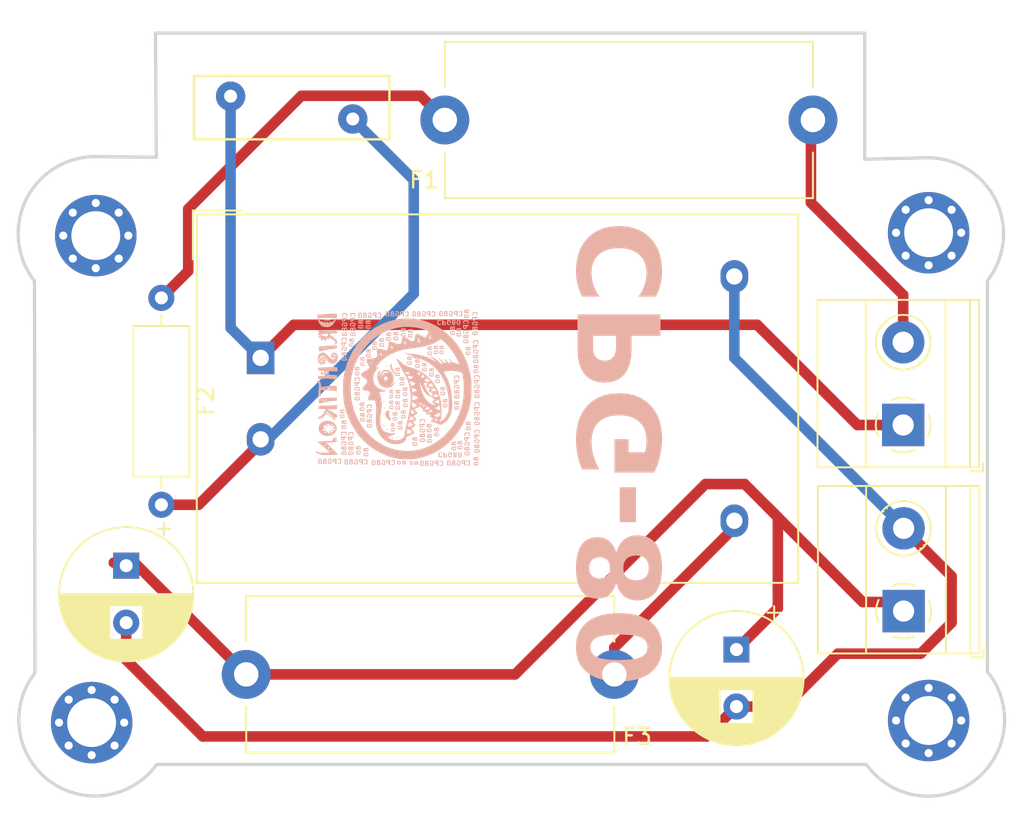
<source format=kicad_pcb>
(kicad_pcb (version 20240108) (generator "pcbnew") (generator_version "8.0")
  (title_block (title "Drishtikon") (date "v01") (comment 2 "creativecommons.org/licenses/by/4.0/") (comment 3 "Licence: CC by 4.0") (comment 4 "Author: "))
  (layers (0 "F.Cu" signal) (31 "B.Cu" signal) (34 "B.Paste" user) (35 "F.Paste" user) (36 "B.SilkS" user "B.Silkscreen") (37 "F.SilkS" user "F.Silkscreen") (38 "B.Mask" user) (39 "F.Mask" user) (44 "Edge.Cuts" user))
  (net 0 "")
  (net 1 "GND")
  (net 2 "Net-(J3-Pin_1)")
  (net 3 "Net-(J4-Pin_1)")
  (net 4 "Net-(J4-Pin_2)")
  (net 5 "Net-(PS3-AC{slash}N)")
  (net 6 "Net-(PS3-+Vout)")
  (net 7 "Net-(F1-Pad2)")
  (footprint "PCM_JLCPCB:Hole, 3mm" (layer "F.Cu") (at 194.4748 117.716 90)
    (property "Reference" "H20" (hide yes))
    (property "Value" "~" (hide yes))
    (pad "1" thru_hole circle (at -2 0 180) (size 0.6 0.6) (drill 0.5) (layers "*.Cu" "*.Mask"))
    (pad "1" thru_hole circle (at -1.41 -1.41 225) (size 0.6 0.6) (drill 0.5) (layers "*.Cu" "*.Mask"))
    (pad "1" thru_hole circle (at -1.41 1.41 315) (size 0.6 0.6) (drill 0.5) (layers "*.Cu" "*.Mask"))
    (pad "1" thru_hole circle (at 0 -2 315) (size 0.6 0.6) (drill 0.5) (layers "*.Cu" "*.Mask"))
    (pad "1" thru_hole circle (at 0 0 180) (size 5 5) (drill 3) (layers "*.Cu" "*.Mask"))
    (pad "1" thru_hole circle (at 0 2 180) (size 0.6 0.6) (drill 0.5) (layers "*.Cu" "*.Mask"))
    (pad "1" thru_hole circle (at 1.41 -1.41 270) (size 0.6 0.6) (drill 0.5) (layers "*.Cu" "*.Mask"))
    (pad "1" thru_hole circle (at 1.41 1.41 180) (size 0.6 0.6) (drill 0.5) (layers "*.Cu" "*.Mask"))
    (pad "1" thru_hole circle (at 2 0 180) (size 0.6 0.6) (drill 0.5) (layers "*.Cu" "*.Mask"))
  )
  (footprint "Converter_ACDC:Converter_ACDC_Hi-Link_HLK-PMxx" (layer "F.Cu") (at 204.597 125.222)
    (property "Reference" "PS3" (hide yes))
    (property "Value" "HLK-PM01" (hide yes))
    (pad "1" thru_hole rect (at 0 0) (size 1.7 2) (drill 1) (layers "*.Cu" "*.Mask") (net 3 "Net-(J4-Pin_1)"))
    (pad "2" thru_hole oval (at 0 5) (size 1.7 2) (drill 1) (layers "*.Cu" "*.Mask") (net 5 "Net-(PS3-AC{slash}N)"))
    (pad "3" thru_hole oval (at 29.08 -5) (size 1.7 2) (drill 1) (layers "*.Cu" "*.Mask") (net 1 "GND"))
    (pad "4" thru_hole oval (at 29.08 10) (size 1.7 2) (drill 1) (layers "*.Cu" "*.Mask") (net 6 "Net-(PS3-+Vout)"))
  )
  (footprint "TerminalBlock_Phoenix:TerminalBlock_Phoenix_MKDS-1,5-2-5.08_1x02_P5.08mm_Horizontal" (layer "F.Cu") (at 244.0434 129.3418 90)
    (property "Reference" "J4" (hide yes))
    (property "Value" "Screw_Terminal_01x02" (hide yes))
    (pad "1" thru_hole rect (at 0 0 90) (size 2.6 2.6) (drill 1.3) (layers "*.Cu" "*.Mask") (net 3 "Net-(J4-Pin_1)"))
    (pad "2" thru_hole circle (at 5.08 0 90) (size 2.6 2.6) (drill 1.3) (layers "*.Cu" "*.Mask") (net 4 "Net-(J4-Pin_2)"))
  )
  (footprint "PCM_JLCPCB:Hole, 3mm" (layer "F.Cu") (at 245.605 117.5388 90)
    (property "Reference" "H19" (hide yes))
    (property "Value" "~" (hide yes))
    (pad "1" thru_hole circle (at -2 0 180) (size 0.6 0.6) (drill 0.5) (layers "*.Cu" "*.Mask"))
    (pad "1" thru_hole circle (at -1.41 -1.41 225) (size 0.6 0.6) (drill 0.5) (layers "*.Cu" "*.Mask"))
    (pad "1" thru_hole circle (at -1.41 1.41 315) (size 0.6 0.6) (drill 0.5) (layers "*.Cu" "*.Mask"))
    (pad "1" thru_hole circle (at 0 -2 315) (size 0.6 0.6) (drill 0.5) (layers "*.Cu" "*.Mask"))
    (pad "1" thru_hole circle (at 0 0 180) (size 5 5) (drill 3) (layers "*.Cu" "*.Mask"))
    (pad "1" thru_hole circle (at 0 2 180) (size 0.6 0.6) (drill 0.5) (layers "*.Cu" "*.Mask"))
    (pad "1" thru_hole circle (at 1.41 -1.41 270) (size 0.6 0.6) (drill 0.5) (layers "*.Cu" "*.Mask"))
    (pad "1" thru_hole circle (at 1.41 1.41 180) (size 0.6 0.6) (drill 0.5) (layers "*.Cu" "*.Mask"))
    (pad "1" thru_hole circle (at 2 0 180) (size 0.6 0.6) (drill 0.5) (layers "*.Cu" "*.Mask"))
  )
  (footprint "PCM_JLCPCB:Hole, 3mm" (layer "F.Cu") (at 245.605 147.4854 90)
    (property "Reference" "H21" (hide yes))
    (property "Value" "~" (hide yes))
    (pad "1" thru_hole circle (at -2 0 180) (size 0.6 0.6) (drill 0.5) (layers "*.Cu" "*.Mask"))
    (pad "1" thru_hole circle (at -1.41 -1.41 225) (size 0.6 0.6) (drill 0.5) (layers "*.Cu" "*.Mask"))
    (pad "1" thru_hole circle (at -1.41 1.41 315) (size 0.6 0.6) (drill 0.5) (layers "*.Cu" "*.Mask"))
    (pad "1" thru_hole circle (at 0 -2 315) (size 0.6 0.6) (drill 0.5) (layers "*.Cu" "*.Mask"))
    (pad "1" thru_hole circle (at 0 0 180) (size 5 5) (drill 3) (layers "*.Cu" "*.Mask"))
    (pad "1" thru_hole circle (at 0 2 180) (size 0.6 0.6) (drill 0.5) (layers "*.Cu" "*.Mask"))
    (pad "1" thru_hole circle (at 1.41 -1.41 270) (size 0.6 0.6) (drill 0.5) (layers "*.Cu" "*.Mask"))
    (pad "1" thru_hole circle (at 1.41 1.41 180) (size 0.6 0.6) (drill 0.5) (layers "*.Cu" "*.Mask"))
    (pad "1" thru_hole circle (at 2 0 180) (size 0.6 0.6) (drill 0.5) (layers "*.Cu" "*.Mask"))
  )
  (footprint "TerminalBlock_Phoenix:TerminalBlock_Phoenix_MKDS-1,5-2-5.08_1x02_P5.08mm_Horizontal" (layer "F.Cu") (at 244.0688 140.7668 90)
    (property "Reference" "J3" (hide yes))
    (property "Value" "Screw_Terminal_01x02" (hide yes))
    (pad "1" thru_hole rect (at 0 0 90) (size 2.6 2.6) (drill 1.3) (layers "*.Cu" "*.Mask") (net 2 "Net-(J3-Pin_1)"))
    (pad "2" thru_hole circle (at 5.08 0 90) (size 2.6 2.6) (drill 1.3) (layers "*.Cu" "*.Mask") (net 1 "GND"))
  )
  (footprint "Capacitor_THT:CP_Radial_D8.0mm_P3.50mm" (layer "F.Cu") (at 233.807 143.127349 -90)
    (property "Reference" "C2" (hide yes))
    (property "Value" "22uF" (hide yes))
    (pad "1" thru_hole rect (at 0 0 270) (size 1.6 1.6) (drill 0.8) (layers "*.Cu" "*.Mask") (net 2 "Net-(J3-Pin_1)"))
    (pad "2" thru_hole circle (at 3.5 0 270) (size 1.6 1.6) (drill 0.8) (layers "*.Cu" "*.Mask") (net 1 "GND"))
  )
  (footprint "Capacitor_THT:CP_Radial_D8.0mm_P3.50mm" (layer "F.Cu") (at 196.342 137.978 -90)
    (property "Reference" "C1" (hide yes))
    (property "Value" "10uF" (hide yes))
    (pad "1" thru_hole rect (at 0 0 270) (size 1.6 1.6) (drill 0.8) (layers "*.Cu" "*.Mask") (net 2 "Net-(J3-Pin_1)"))
    (pad "2" thru_hole circle (at 3.5 0 270) (size 1.6 1.6) (drill 0.8) (layers "*.Cu" "*.Mask") (net 1 "GND"))
  )
  (footprint "PCM_JLCPCB:Hole, 3mm" (layer "F.Cu") (at 194.2208 147.6124 90)
    (property "Reference" "H18" (hide yes))
    (property "Value" "~" (hide yes))
    (pad "1" thru_hole circle (at -2 0 180) (size 0.6 0.6) (drill 0.5) (layers "*.Cu" "*.Mask"))
    (pad "1" thru_hole circle (at -1.41 -1.41 225) (size 0.6 0.6) (drill 0.5) (layers "*.Cu" "*.Mask"))
    (pad "1" thru_hole circle (at -1.41 1.41 315) (size 0.6 0.6) (drill 0.5) (layers "*.Cu" "*.Mask"))
    (pad "1" thru_hole circle (at 0 -2 315) (size 0.6 0.6) (drill 0.5) (layers "*.Cu" "*.Mask"))
    (pad "1" thru_hole circle (at 0 0 180) (size 5 5) (drill 3) (layers "*.Cu" "*.Mask"))
    (pad "1" thru_hole circle (at 0 2 180) (size 0.6 0.6) (drill 0.5) (layers "*.Cu" "*.Mask"))
    (pad "1" thru_hole circle (at 1.41 -1.41 270) (size 0.6 0.6) (drill 0.5) (layers "*.Cu" "*.Mask"))
    (pad "1" thru_hole circle (at 1.41 1.41 180) (size 0.6 0.6) (drill 0.5) (layers "*.Cu" "*.Mask"))
    (pad "1" thru_hole circle (at 2 0 180) (size 0.6 0.6) (drill 0.5) (layers "*.Cu" "*.Mask"))
  )
  (footprint "Resistor_THT:R_Axial_DIN0309_L9.0mm_D3.2mm_P12.70mm_Horizontal" (layer "F.Cu") (at 198.501 121.539 -90)
    (property "Reference" "F2" (at 6.35 -2.72 90) (layer "F.SilkS"))
    (property "Value" "Fuse" (hide yes))
    (pad "1" thru_hole circle (at 0 0 270) (size 1.6 1.6) (drill 0.8) (layers "*.Cu" "*.Mask") (net 7 "Net-(F1-Pad2)"))
    (pad "2" thru_hole oval (at 12.7 0 270) (size 1.6 1.6) (drill 0.8) (layers "*.Cu" "*.Mask") (net 5 "Net-(PS3-AC{slash}N)"))
  )
  (footprint "Fuse:Fuseholder_Cylinder-5x20mm_Stelvio-Kontek_PTF78_Horizontal_Open" (layer "F.Cu") (at 238.503 110.617 180)
    (property "Reference" "F1" (at 23.873 -3.683 0) (layer "F.SilkS"))
    (property "Value" "Fuse" (hide yes))
    (pad "1" thru_hole circle (at 0 0 180) (size 3 3) (drill 1.5) (layers "*.Cu" "*.Mask") (net 4 "Net-(J4-Pin_2)"))
    (pad "2" thru_hole circle (at 22.6 0 180) (size 3 3) (drill 1.5) (layers "*.Cu" "*.Mask") (net 7 "Net-(F1-Pad2)"))
  )
  (footprint "Varistor:RV_Disc_D12mm_W3.9mm_P7.5mm" (layer "F.Cu") (at 202.752 109.155)
    (property "Reference" "RV1" (hide yes))
    (property "Value" "Varistor" (hide yes))
    (pad "1" thru_hole circle (at 0 0) (size 1.8 1.8) (drill 0.8) (layers "*.Cu" "*.Mask") (net 3 "Net-(J4-Pin_1)"))
    (pad "2" thru_hole circle (at 7.5 1.4) (size 1.8 1.8) (drill 0.8) (layers "*.Cu" "*.Mask") (net 5 "Net-(PS3-AC{slash}N)"))
  )
  (footprint "Fuse:Fuseholder_Cylinder-5x20mm_Stelvio-Kontek_PTF78_Horizontal_Open" (layer "F.Cu") (at 226.311 144.653 180)
    (property "Reference" "F3" (at -1.4 -3.81 0) (layer "F.SilkS"))
    (property "Value" "Fuse" (hide yes))
    (pad "1" thru_hole circle (at 0 0 180) (size 3 3) (drill 1.5) (layers "*.Cu" "*.Mask") (net 6 "Net-(PS3-+Vout)"))
    (pad "2" thru_hole circle (at 22.6 0 180) (size 3 3) (drill 1.5) (layers "*.Cu" "*.Mask") (net 2 "Net-(J3-Pin_1)"))
  )
  (footprint "LOGO" (layer "B.Cu") (at 213.106 127.127 -90)
    (property "Reference" "G***" (hide yes))
    (property "Value" "LOGO" (hide yes))
  )
  (gr_line (start 249.214259 144.483566) (end 249.214259 120.483566) (stroke (width 0.2)) (layer "Edge.Cuts"))
  (gr_arc (start 198.215148 150.177235) (mid 191.617584 151.180789) (end 190.739142 144.565434) (stroke (width 0.2)) (layer "Edge.Cuts"))
  (gr_line (start 198.138947 105.283) (end 241.681 105.283) (stroke (width 0.2)) (layer "Edge.Cuts"))
  (gr_line (start 190.739142 144.565434) (end 190.713742 120.505601) (stroke (width 0.2)) (layer "Edge.Cuts"))
  (gr_arc (start 249.214258 144.483566) (mid 248.431545 151.160855) (end 241.77988 150.183853) (stroke (width 0.2)) (layer "Edge.Cuts"))
  (gr_line (start 198.215148 150.177235) (end 241.773548 150.177235) (stroke (width 0.2)) (layer "Edge.Cuts"))
  (gr_arc (start 245.360574 112.935189) (mid 249.692946 115.481278) (end 249.214259 120.483566) (stroke (width 0.2)) (layer "Edge.Cuts"))
  (gr_arc (start 190.713742 120.505601) (mid 190.144945 115.617213) (end 194.227167 112.868518) (stroke (width 0.2)) (layer "Edge.Cuts"))
  (gr_line (start 241.681 113.03) (end 241.681 105.283) (stroke (width 0.2)) (layer "Edge.Cuts"))
  (gr_line (start 245.360574 112.935189) (end 241.681 113.03) (stroke (width 0.2)) (layer "Edge.Cuts"))
  (gr_line (start 198.189748 112.903) (end 194.227167 112.868518) (stroke (width 0.2)) (layer "Edge.Cuts"))
  (gr_line (start 198.189748 112.903) (end 198.138947 105.283) (stroke (width 0.2)) (layer "Edge.Cuts"))
  (gr_text "	CPG-80" (at 229.997 104.775 90) (layer "B.SilkS") (effects (font (size 5 5) (thickness 0.2) (bold yes)) (justify left bottom mirror)))
  (segment (start 196.342 143.764) (end 201.041 148.463) (width 0.649988) (layer "F.Cu") (net 1))
  (segment (start 196.342 141.478) (end 196.342 143.764) (width 0.649988) (layer "F.Cu") (net 1))
  (segment (start 201.041 148.463) (end 231.971349 148.463) (width 0.649988) (layer "F.Cu") (net 1))
  (segment (start 247.015 141.478) (end 247.015 138.633) (width 0.649988) (layer "F.Cu") (net 1))
  (segment (start 236.785651 146.627349) (end 240.03 143.383) (width 0.649988) (layer "F.Cu") (net 1))
  (segment (start 233.807 146.627349) (end 236.785651 146.627349) (width 0.649988) (layer "F.Cu") (net 1))
  (segment (start 247.015 138.633) (end 244.0688 135.6868) (width 0.649988) (layer "F.Cu") (net 1))
  (segment (start 240.03 143.383) (end 245.11 143.383) (width 0.649988) (layer "F.Cu") (net 1))
  (segment (start 245.11 143.383) (end 247.015 141.478) (width 0.649988) (layer "F.Cu") (net 1))
  (segment (start 231.971349 148.463) (end 233.807 146.627349) (width 0.649988) (layer "F.Cu") (net 1))
  (segment (start 244.0688 135.6868) (end 244.0688 135.6108) (width 0.649988) (layer "B.Cu") (net 1))
  (segment (start 244.0688 135.6108) (end 233.677 125.219) (width 0.649988) (layer "B.Cu") (net 1))
  (segment (start 233.677 125.219) (end 233.677 120.222) (width 0.649988) (layer "B.Cu") (net 1))
  (segment (start 233.807 143.127349) (end 236.347 140.587349) (width 0.649988) (layer "F.Cu") (net 2))
  (segment (start 236.347 135.001) (end 235.712 134.366) (width 0.649988) (layer "F.Cu") (net 2))
  (segment (start 243.51 140.208) (end 244.0688 140.7668) (width 0.649988) (layer "F.Cu") (net 2))
  (segment (start 203.711 144.653) (end 220.218 144.653) (width 0.649988) (layer "F.Cu") (net 2))
  (segment (start 234.315 132.969) (end 235.712 134.366) (width 0.649988) (layer "F.Cu") (net 2))
  (segment (start 195.58 137.793349) (end 196.851349 137.793349) (width 0.649988) (layer "F.Cu") (net 2))
  (segment (start 236.347 140.587349) (end 236.347 135.001) (width 0.649988) (layer "F.Cu") (net 2))
  (segment (start 235.712 134.366) (end 241.554 140.208) (width 0.649988) (layer "F.Cu") (net 2))
  (segment (start 241.554 140.208) (end 243.51 140.208) (width 0.649988) (layer "F.Cu") (net 2))
  (segment (start 220.218 144.653) (end 231.902 132.969) (width 0.649988) (layer "F.Cu") (net 2))
  (segment (start 231.902 132.969) (end 234.315 132.969) (width 0.649988) (layer "F.Cu") (net 2))
  (segment (start 196.851349 137.793349) (end 203.711 144.653) (width 0.649988) (layer "F.Cu") (net 2))
  (segment (start 244.0434 129.3418) (end 241.2288 129.3418) (width 0.649988) (layer "F.Cu") (net 3))
  (segment (start 206.629 123.19) (end 204.597 125.222) (width 0.649988) (layer "F.Cu") (net 3))
  (segment (start 235.077 123.19) (end 206.629 123.19) (width 0.649988) (layer "F.Cu") (net 3))
  (segment (start 241.2288 129.3418) (end 235.077 123.19) (width 0.649988) (layer "F.Cu") (net 3))
  (segment (start 202.752 123.377) (end 204.597 125.222) (width 0.649988) (layer "B.Cu") (net 3))
  (segment (start 202.752 109.155) (end 202.752 123.377) (width 0.649988) (layer "B.Cu") (net 3))
  (segment (start 238.379 115.697) (end 238.379 110.741) (width 0.649988) (layer "F.Cu") (net 4))
  (segment (start 238.379 110.741) (end 238.503 110.617) (width 0.649988) (layer "F.Cu") (net 4))
  (segment (start 239.649 110.744) (end 239.265 110.744) (width 0.649988) (layer "F.Cu") (net 4))
  (segment (start 244.0434 124.2618) (end 244.0434 121.3614) (width 0.649988) (layer "F.Cu") (net 4))
  (segment (start 244.0434 121.3614) (end 238.379 115.697) (width 0.649988) (layer "F.Cu") (net 4))
  (segment (start 204.423 130.048) (end 204.597 130.222) (width 0.165817) (layer "F.Cu") (net 5))
  (segment (start 204.296 130.175) (end 204.423 130.048) (width 0.649988) (layer "F.Cu") (net 5))
  (segment (start 204.597 130.429) (end 204.597 130.222) (width 0.649988) (layer "F.Cu") (net 5))
  (segment (start 198.501 134.239) (end 200.787 134.239) (width 0.649988) (layer "F.Cu") (net 5))
  (segment (start 200.787 134.239) (end 204.597 130.429) (width 0.649988) (layer "F.Cu") (net 5))
  (segment (start 213.995 121.285) (end 213.995 114.3) (width 0.649988) (layer "B.Cu") (net 5))
  (segment (start 205.058 130.222) (end 213.995 121.285) (width 0.649988) (layer "B.Cu") (net 5))
  (segment (start 213.995 114.3) (end 210.252 110.557) (width 0.649988) (layer "B.Cu") (net 5))
  (segment (start 210.252 110.557) (end 210.252 110.555) (width 0.649988) (layer "B.Cu") (net 5))
  (segment (start 204.597 130.222) (end 205.058 130.222) (width 0.649988) (layer "B.Cu") (net 5))
  (segment (start 233.677 135.222) (end 233.677 135.639) (width 0.649988) (layer "F.Cu") (net 6))
  (segment (start 226.311 143.005) (end 226.311 144.653) (width 0.649988) (layer "F.Cu") (net 6))
  (segment (start 233.677 135.639) (end 226.311 143.005) (width 0.649988) (layer "F.Cu") (net 6))
  (segment (start 214.416006 109.130006) (end 216.03 110.744) (width 0.649988) (layer "F.Cu") (net 7))
  (segment (start 198.501 121.539) (end 200.152 119.888) (width 0.649988) (layer "F.Cu") (net 7))
  (segment (start 200.152 116.078) (end 207.099994 109.130006) (width 0.649988) (layer "F.Cu") (net 7))
  (segment (start 200.152 119.888) (end 200.152 116.078) (width 0.649988) (layer "F.Cu") (net 7))
  (segment (start 207.099994 109.130006) (end 214.416006 109.130006) (width 0.649988) (layer "F.Cu") (net 7))
  (segment (start 216.795 110.744) (end 216.665 110.744) (width 0.165817) (layer "F.Cu") (net 7))
)
</source>
